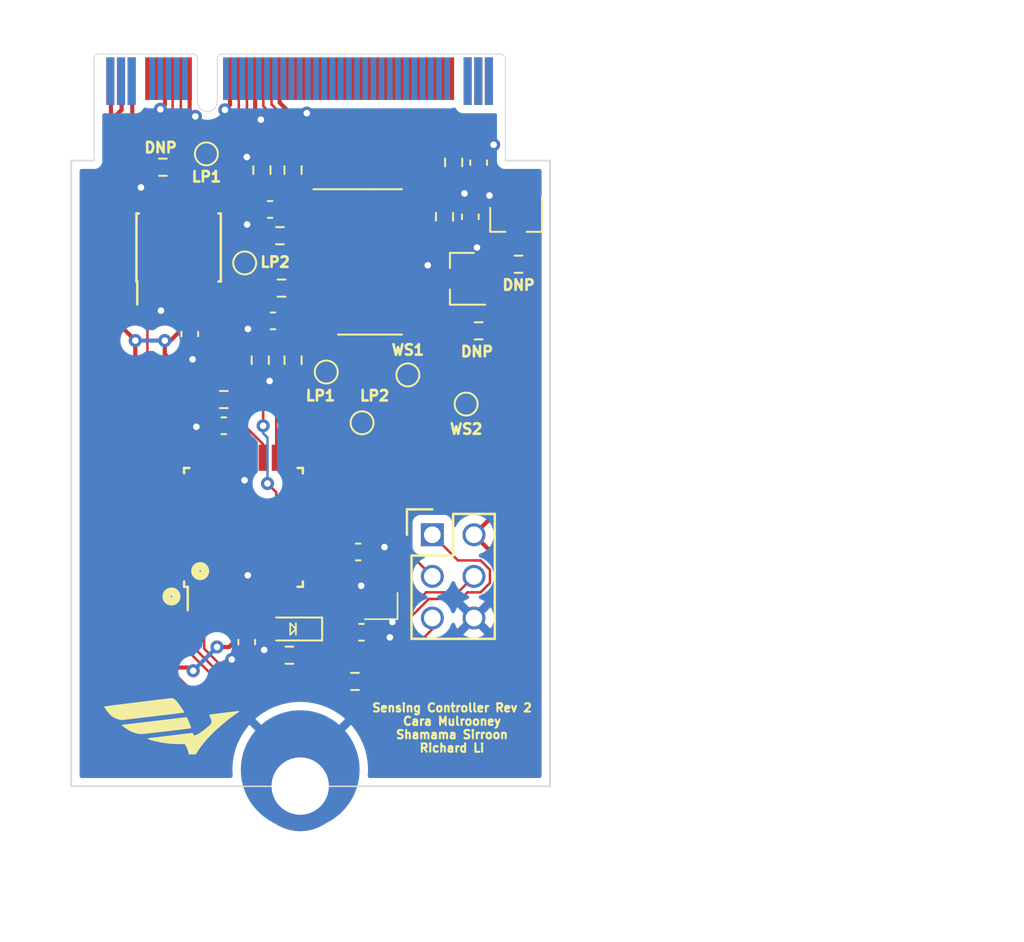
<source format=kicad_pcb>
(kicad_pcb (version 20211014) (generator pcbnew)
  (layers (0 "F.Cu" signal) (31 "B.Cu" signal) (34 "B.Paste" user) (35 "F.Paste" user) (36 "B.SilkS" user "B.Silkscreen") (37 "F.SilkS" user "F.Silkscreen") (38 "B.Mask" user) (39 "F.Mask" user) (44 "Edge.Cuts" user))
  (net 0 "")
  (net 1 "+5V")
  (net 2 "GND")
  (net 3 "Net-(C2-Pad1)")
  (net 4 "Net-(C4-Pad1)")
  (net 5 "Net-(C5-Pad1)")
  (net 6 "Net-(C6-Pad1)")
  (net 7 "Net-(C8-Pad1)")
  (net 8 "Net-(D1-Pad1)")
  (net 11 "/CAN_+")
  (net 12 "/CAN_-")
  (net 13 "/ws1_Vout")
  (net 14 "/ws2_Vout")
  (net 15 "/lp1_Vout")
  (net 16 "/lp2_Vout")
  (net 74 "/MISO")
  (net 75 "/SCK")
  (net 76 "/MOSI")
  (net 77 "/RESET")
  (net 78 "Net-(R5-Pad2)")
  (net 79 "Net-(R11-Pad2)")
  (net 80 "/CAN_TX")
  (net 81 "/CAN_RX")
  (net 98 "/ws1_fVout")
  (net 99 "/ws2_fVout")
  (net 100 "/lp1_fVout")
  (net 101 "/lp2_fVout")
  (net 102 "/DEBUG_LED")
  (net 109 "Net-(C9-Pad1)")
  (net 110 "Net-(C10-Pad1)")
  (footprint "footprints:Pin_Header_Straight_2x03" (layer "F.Cu") (at 56.322433 63.389551)
    (fp_text reference "J2" hide)
    (fp_text value "CONN_02X03" hide)
  )
  (footprint "footprints:LED_0805_OEM" (layer "F.Cu") (at 47.797433 69.139551 180)
    (fp_text reference "D1" hide)
    (fp_text value "LED_0805" hide)
  )
  (footprint "footprints:Crystal_SMD_FA238" (layer "F.Cu") (at 52.197433 66.939551 180)
    (fp_text reference "Y1" hide)
    (fp_text value "Crystal_SMD" hide)
  )
  (footprint "OEM:C_0603" (layer "F.Cu") (at 51.997433 69.339551)
    (fp_text reference "C5" hide)
    (fp_text value "C_30pF" hide)
  )
  (footprint "OEM:C_0603" (layer "F.Cu") (at 46.597433 50.339551 180)
    (fp_text reference "C8" hide)
    (fp_text value "C_0.1uF" hide)
  )
  (footprint "TestPoint:TestPoint_Pad_D1.0mm" (layer "F.Cu") (at 54.828833 53.637772)
    (fp_text reference "WS1" hide)
    (fp_text value "TestPoint" hide)
  )
  (footprint "footprints:SOIC-8_3.9x4.9mm_Pitch1.27mm_OEM" (layer "F.Cu") (at 40.841 45.858979 90)
    (fp_text reference "U1" hide)
    (fp_text value "MCP2561-E_SN" hide)
  )
  (footprint "footprints:SOT-23F" (layer "F.Cu") (at 58.156233 47.770372 180)
    (fp_text reference "Q2" hide)
    (fp_text value "SSM3K333R" hide)
  )
  (footprint "OEM:R_0603" (layer "F.Cu") (at 61.585233 46.881372)
    (fp_text reference "R12" hide)
    (fp_text value "R_1K_DNP" hide)
  )
  (footprint "TestPoint:TestPoint_Pad_D1.0mm" (layer "F.Cu") (at 52.034833 56.558772)
    (fp_text reference "LP2_POST1" hide)
    (fp_text value "TestPoint" hide)
  )
  (footprint "TestPoint:TestPoint_Pad_D1.0mm" (layer "F.Cu") (at 42.535233 40.150372)
    (fp_text reference "LP1_PRE1" hide)
    (fp_text value "TestPoint" hide)
  )
  (footprint "OEM:C_0603" (layer "F.Cu") (at 58.638833 43.985772 90)
    (fp_text reference "C10" hide)
    (fp_text value "C_0uF" hide)
  )
  (footprint "OEM:R_0603" (layer "F.Cu") (at 57.622833 40.669551 -90)
    (fp_text reference "R9" hide)
    (fp_text value "R_0" hide)
  )
  (footprint "footprints:SOT-23F" (layer "F.Cu") (at 61.432833 44.145272 -90)
    (fp_text reference "Q1" hide)
    (fp_text value "SSM3K333R" hide)
  )
  (footprint "OEM:R_0603" (layer "F.Cu") (at 59.146833 50.945372)
    (fp_text reference "R13" hide)
    (fp_text value "R_1K_DNP" hide)
  )
  (footprint "TestPoint:TestPoint_Pad_D1.0mm" (layer "F.Cu") (at 58.384833 55.415772)
    (fp_text reference "WS2" hide)
    (fp_text value "TestPoint" hide)
  )
  (footprint "footprints:Automotive_M.2_Edge_Connector" (layer "F.Cu") (at 48.224833 34.059051)
    (fp_text reference "J1" hide)
    (fp_text value "Automotive_M.2_Edge_Connector" hide)
    (fp_line (start -6.225 2.9) (end -6.225 0.2) (layer "Edge.Cuts") (width 0.05))
    (fp_line (start -5.025 0.2) (end -4.825 0) (layer "Edge.Cuts") (width 0.05))
    (fp_line (start -5.025 2.9) (end -5.025 0.2) (layer "Edge.Cuts") (width 0.05))
    (fp_line (start -12.55 0.2) (end -12.35 0) (layer "Edge.Cuts") (width 0.05))
    (fp_line (start -12.55 0.2) (end -12.55 6.5) (layer "Edge.Cuts") (width 0.05))
    (fp_line (start -6.225 0.2) (end -6.425 0) (layer "Edge.Cuts") (width 0.05))
    (fp_line (start 12.55 0.2) (end 12.35 0) (layer "Edge.Cuts") (width 0.05))
    (fp_line (start -12.35 0) (end -6.425 0) (layer "Edge.Cuts") (width 0.05))
    (fp_line (start -4.825 0) (end 12.35 0) (layer "Edge.Cuts") (width 0.05))
    (fp_line (start 12.55 0.2) (end 12.55 6.5) (layer "Edge.Cuts") (width 0.05))
    (fp_arc (start -5.025 2.9) (mid -5.625 3.5) (end -6.225 2.9) (layer "Edge.Cuts") (width 0.05))
  )
  (footprint "OEM:R_0603" (layer "F.Cu") (at 47.122433 48.339551)
    (fp_text reference "R8" hide)
    (fp_text value "R_100" hide)
  )
  (footprint "OEM:R_0603" (layer "F.Cu") (at 39.879233 40.963172)
    (fp_text reference "R2" hide)
    (fp_text value "R_120_DNP" hide)
  )
  (footprint "footprints:TQFP-32_7x7mm_Pitch0.8mm" (layer "F.Cu") (at 44.797433 62.939551 90)
    (fp_text reference "U2" hide)
    (fp_text value "ATMEGA16M1" hide)
  )
  (footprint "OEM:R_0603" (layer "F.Cu") (at 47.022433 45.139551)
    (fp_text reference "R7" hide)
    (fp_text value "R_100" hide)
  )
  (footprint "OEM:R_0603" (layer "F.Cu") (at 45.922433 41.139551 -90)
    (fp_text reference "R5" hide)
    (fp_text value "R_200" hide)
  )
  (footprint "OEM:R_0603" (layer "F.Cu") (at 43.597433 55.139551)
    (fp_text reference "R1" hide)
    (fp_text value "R_100" hide)
  )
  (footprint "OEM:C_0603" (layer "F.Cu") (at 44.997433 69.939551 -90)
    (fp_text reference "C1" hide)
    (fp_text value "C_0.1uF" hide)
  )
  (footprint "Package_SO:SOIC-14_3.9x8.7mm_P1.27mm" (layer "F.Cu") (at 52.522433 46.739551)
    (fp_text reference "U4" hide)
    (fp_text value "AD8630" hide)
  )
  (footprint "OEM:R_0603" (layer "F.Cu") (at 57.064033 43.985772 -90)
    (fp_text reference "R10" hide)
    (fp_text value "R_0" hide)
  )
  (footprint "TestPoint:TestPoint_Pad_D1.0mm" (layer "F.Cu") (at 49.850433 53.459972)
    (fp_text reference "LP1_POST1" hide)
    (fp_text value "TestPoint" hide)
  )
  (footprint "OEM:R_0603" (layer "F.Cu") (at 47.822433 41.139551 -90)
    (fp_text reference "R6" hide)
    (fp_text value "R_100" hide)
  )
  (footprint "OEM:oem_logo_10mm" (layer "F.Cu") (at 40.503233 75.075372)
    (fp_text reference "G***" hide)
    (fp_text value "LOGO" hide)
  )
  (footprint "TestPoint:TestPoint_Pad_D1.0mm" (layer "F.Cu") (at 44.872033 46.805172)
    (fp_text reference "LP2_PRE1" hide)
    (fp_text value "TestPoint")
  )
  (footprint "OEM:R_0603" (layer "F.Cu") (at 45.822433 52.739551 90)
    (fp_text reference "R11" hide)
    (fp_text value "R_200" hide)
  )
  (footprint "OEM:C_0603" (layer "F.Cu") (at 43.597433 56.739551 180)
    (fp_text reference "C2" hide)
    (fp_text value "C_100pF" hide)
  )
  (footprint "OEM:R_0603" (layer "F.Cu") (at 47.822433 52.739551 90)
    (fp_text reference "R14" hide)
    (fp_text value "R_100" hide)
  )
  (footprint "OEM:M.2_Mount" (layer "F.Cu") (at 48.26 78.74 180)
    (fp_text reference "U$2" hide)
    (fp_text value "M.2_Mount" hide)
  )
  (footprint "OEM:R_0603" (layer "F.Cu") (at 51.597433 72.339551 180)
    (fp_text reference "R3" hide)
    (fp_text value "R_10K" hide)
  )
  (footprint "OEM:C_0603" (layer "F.Cu") (at 46.422433 43.539551 180)
    (fp_text reference "C6" hide)
    (fp_text value "C_0.1uF" hide)
  )
  (footprint "OEM:R_0603" (layer "F.Cu") (at 47.597433 70.739551 180)
    (fp_text reference "R4" hide)
    (fp_text value "R_100" hide)
  )
  (footprint "OEM:C_0603" (layer "F.Cu") (at 51.797433 64.439551)
    (fp_text reference "C4" hide)
    (fp_text value "C_30pF" hide)
  )
  (footprint "OEM:C_0603" (layer "F.Cu") (at 59.146833 40.682551 90)
    (fp_text reference "C9" hide)
    (fp_text value "C_0uF" hide)
  )
  (footprint "OEM:C_0603" (layer "F.Cu") (at 41.522433 51.139551 -90)
    (fp_text reference "C3" hide)
    (fp_text value "C_0.1uF" hide)
  )
  (gr_line (start 60.774833 40.559051) (end 63.5 40.559051) (layer "Edge.Cuts") (width 0.1))
  (gr_line (start 63.5 78.74) (end 34.29 78.74) (layer "Edge.Cuts") (width 0.1))
  (gr_line (start 63.5 40.559051) (end 63.5 78.74) (layer "Edge.Cuts") (width 0.1))
  (gr_line (start 34.29 78.74) (end 34.29 40.559051) (layer "Edge.Cuts") (width 0.1))
  (gr_line (start 34.29 40.559051) (end 35.674833 40.559051) (layer "Edge.Cuts") (width 0.1))
  (gr_text "LP1\n\n" (at 49.494833 55.415772) (layer "F.SilkS") (effects (font (size 0.635 0.635) (thickness 0.15875))))
  (gr_text "Sensing Controller Rev 2\nCara Mulrooney\nShamama Sirroon\nRichard Li\n\n" (at 57.521233 75.583372) (layer "F.SilkS") (effects (font (size 0.508 0.508) (thickness 0.127))))
  (gr_text "DNP\n" (at 39.741233 39.769372) (layer "F.SilkS") (effects (font (size 0.635 0.635) (thickness 0.15875))))
  (gr_text "LP2\n" (at 46.726233 46.754372) (layer "F.SilkS") (effects (font (size 0.635 0.635) (thickness 0.15875))))
  (gr_text "LP1\n\n" (at 42.535233 42.055372) (layer "F.SilkS") (effects (font (size 0.635 0.635) (thickness 0.15875))))
  (gr_text "WS1\n" (at 54.828833 52.113772) (layer "F.SilkS") (effects (font (size 0.635 0.635) (thickness 0.15875))))
  (gr_text "WS2" (at 58.384833 56.939772) (layer "F.SilkS") (effects (font (size 0.635 0.635) (thickness 0.15875))))
  (gr_text "DNP\n" (at 61.585233 48.151372) (layer "F.SilkS") (effects (font (size 0.635 0.635) (thickness 0.15875))))
  (gr_text "LP2\n" (at 52.796833 54.907772) (layer "F.SilkS") (effects (font (size 0.635 0.635) (thickness 0.15875))))
  (gr_text "DNP\n" (at 59.045233 52.215372) (layer "F.SilkS") (effects (font (size 0.635 0.635) (thickness 0.15875))))
  (segment (start 52.422433 72.339551) (end 54.197433 72.339551) (width 0.254) (layer "F.Cu") (net 1))
  (segment (start 39.997433 51.539551) (end 40.347433 51.539551) (width 0.254) (layer "F.Cu") (net 1))
  (segment (start 62.003833 60.248151) (end 62.003833 52.633972) (width 0.254) (layer "F.Cu") (net 1))
  (segment (start 56.197433 70.339551) (end 58.797433 70.339551) (width 0.254) (layer "F.Cu") (net 1))
  (segment (start 39.997433 51.539551) (end 39.997433 52.364551) (width 0.254) (layer "F.Cu") (net 1))
  (segment (start 42.169 47.506979) (end 43.23704 47.506979) (width 0.254) (layer "F.Cu") (net 1))
  (segment (start 60.597433 68.539551) (end 60.597433 65.124551) (width 0.254) (layer "F.Cu") (net 1))
  (segment (start 40.149743 71.491862) (end 41.997433 73.339551) (width 0.254) (layer "F.Cu") (net 1))
  (segment (start 43.181181 70.238425) (end 43.923559 70.238425) (width 0.254) (layer "F.Cu") (net 1))
  (segment (start 60.597433 65.124551) (end 58.862433 63.389551) (width 0.254) (layer "F.Cu") (net 1))
  (segment (start 40.347433 51.539551) (end 41.522433 50.364551) (width 0.254) (layer "F.Cu") (net 1))
  (segment (start 62.410233 46.881372) (end 62.410233 51.643372) (width 0.254) (layer "F.Cu") (net 1))
  (segment (start 41.476 48.199979) (end 42.169 47.506979) (width 0.254) (layer "F.Cu") (net 1))
  (segment (start 48.047433 46.739551) (end 50.047433 46.739551) (width 0.254) (layer "F.Cu") (net 1))
  (segment (start 40.149743 71.491862) (end 41.533498 71.491862) (width 0.254) (layer "F.Cu") (net 1))
  (segment (start 39.997433 52.364551) (end 41.584933 53.952051) (width 0.254) (layer "F.Cu") (net 1))
  (segment (start 41.522433 50.364551) (end 41.522433 48.605412) (width 0.254) (layer "F.Cu") (net 1))
  (segment (start 44.397433 67.189551) (end 44.397433 68.564551) (width 0.254) (layer "F.Cu") (net 1))
  (segment (start 61.712233 50.945372) (end 62.410233 51.643372) (width 0.254) (layer "F.Cu") (net 1))
  (segment (start 59.971833 50.945372) (end 61.712233 50.945372) (width 0.254) (layer "F.Cu") (net 1))
  (segment (start 41.533498 71.491862) (end 41.730621 71.688985) (width 0.254) (layer "F.Cu") (net 1))
  (segment (start 38.197433 69.539551) (end 40.149743 71.491862) (width 0.254) (layer "F.Cu") (net 1))
  (segment (start 41.584933 53.952051) (end 42.772433 55.139551) (width 0.254) (layer "F.Cu") (net 1))
  (segment (start 54.197433 72.339551) (end 56.197433 70.339551) (width 0.254) (layer "F.Cu") (net 1))
  (segment (start 38.197433 51.539551) (end 38.197433 69.539551) (width 0.254) (layer "F.Cu") (net 1))
  (segment (start 47.197433 48.589131) (end 47.197433 47.589551) (width 0.254) (layer "F.Cu") (net 1))
  (segment (start 37.361 37.460718) (end 36.711 38.110718) (width 0.254) (layer "F.Cu") (net 1))
  (segment (start 36.711 38.110718) (end 36.711 39.110718) (width 0.254) (layer "F.Cu") (net 1))
  (segment (start 46.695013 49.091551) (end 47.197433 48.589131) (width 0.254) (layer "F.Cu") (net 1))
  (segment (start 58.797433 70.339551) (end 60.597433 68.539551) (width 0.254) (layer "F.Cu") (net 1))
  (segment (start 58.862433 63.389551) (end 62.003833 60.248151) (width 0.254) (layer "F.Cu") (net 1))
  (segment (start 47.197433 47.589551) (end 48.047433 46.739551) (width 0.254) (layer "F.Cu") (net 1))
  (segment (start 62.410233 52.227572) (end 62.003833 52.633972) (width 0.254) (layer "F.Cu") (net 1))
  (segment (start 51.422433 73.339551) (end 52.422433 72.339551) (width 0.254) (layer "F.Cu") (net 1))
  (segment (start 37.361 35.683979) (end 37.361 37.460718) (width 0.254) (layer "F.Cu") (net 1))
  (segment (start 38.011 37.810718) (end 36.711 39.110718) (width 0.254) (layer "F.Cu") (net 1))
  (segment (start 43.23704 47.506979) (end 44.821612 49.091551) (width 0.254) (layer "F.Cu") (net 1))
  (segment (start 38.011 35.683979) (end 38.011 37.810718) (width 0.254) (layer "F.Cu") (net 1))
  (segment (start 41.997433 73.339551) (end 51.422433 73.339551) (width 0.254) (layer "F.Cu") (net 1))
  (segment (start 44.821612 49.091551) (end 46.695013 49.091551) (width 0.254) (layer "F.Cu") (net 1))
  (segment (start 36.711 50.053118) (end 38.197433 51.539551) (width 0.254) (layer "F.Cu") (net 1))
  (segment (start 41.522433 48.605412) (end 41.476 48.558979) (width 0.1524) (layer "F.Cu") (net 1))
  (segment (start 43.923559 70.238425) (end 44.997433 69.164551) (width 0.254) (layer "F.Cu") (net 1))
  (segment (start 36.711 35.683979) (end 36.711 38.110718) (width 0.254) (layer "F.Cu") (net 1))
  (segment (start 62.410233 51.643372) (end 62.410233 52.227572) (width 0.254) (layer "F.Cu") (net 1))
  (segment (start 41.476 48.558979) (end 41.476 48.199979) (width 0.254) (layer "F.Cu") (net 1))
  (segment (start 44.397433 68.564551) (end 44.997433 69.164551) (width 0.254) (layer "F.Cu") (net 1))
  (segment (start 36.711 39.110718) (end 36.711 50.053118) (width 0.254) (layer "F.Cu") (net 1))
  (via (at 43.181181 70.238425) (size 0.8) (drill 0.4) (layers "F.Cu" "B.Cu") (net 1))
  (via (at 39.997433 51.539551) (size 0.8) (drill 0.4) (layers "F.Cu" "B.Cu") (net 1))
  (via (at 38.197433 51.539551) (size 0.8) (drill 0.4) (layers "F.Cu" "B.Cu") (net 1))
  (via (at 41.730621 71.688985) (size 0.8) (drill 0.4) (layers "F.Cu" "B.Cu") (net 1))
  (segment (start 38.197433 51.539551) (end 39.997433 51.539551) (width 0.254) (layer "B.Cu") (net 1))
  (segment (start 43.181181 70.238425) (end 41.730621 71.688985) (width 0.254) (layer "B.Cu") (net 1))
  (segment (start 45.511 35.533979) (end 45.511 37.710718) (width 0.254) (layer "F.Cu") (net 2))
  (segment (start 43.974833 37.150551) (end 43.662833 37.462551) (width 0.254) (layer "F.Cu") (net 2))
  (segment (start 45.511 37.710718) (end 45.862833 38.062551) (width 0.254) (layer "F.Cu") (net 2))
  (segment (start 53.884233 68.713351) (end 53.884233 68.326351) (width 0.254) (layer "F.Cu") (net 2))
  (segment (start 45.647433 43.828551) (end 45.019633 44.456351) (width 0.254) (layer "F.Cu") (net 2))
  (segment (start 38.936 42.589118) (end 38.542633 42.195751) (width 0.254) (layer "F.Cu") (net 2))
  (segment (start 59.206233 46.026372) (end 59.045233 45.865372) (width 0.254) (layer "F.Cu") (net 2))
  (segment (start 45.647433 43.539551) (end 45.647433 43.828551) (width 0.254) (layer "F.Cu") (net 2))
  (segment (start 44.997433 70.714551) (end 44.364633 70.714551) (width 0.254) (layer "F.Cu") (net 2))
  (segment (start 45.197433 65.997151) (end 45.062833 65.862551) (width 0.254) (layer "F.Cu") (net 2))
  (segment (start 41.522433 52.516151) (end 41.692233 52.685951) (width 0.1524) (layer "F.Cu") (net 2))
  (segment (start 59.206233 46.820372) (end 59.206233 46.026372) (width 0.254) (layer "F.Cu") (net 2))
  (segment (start 58.638833 43.210772) (end 58.638833 42.918972) (width 0.254) (layer "F.Cu") (net 2))
  (segment (start 59.146833 39.907551) (end 59.745254 39.907551) (width 0.254) (layer "F.Cu") (net 2))
  (segment (start 54.997433 46.739551) (end 55.837233 46.739551) (width 0.254) (layer "F.Cu") (net 2))
  (segment (start 41.511 35.533979) (end 41.511 37.510718) (width 0.254) (layer "F.Cu") (net 2))
  (segment (start 40.206 49.269984) (end 39.761833 49.714151) (width 0.254) (layer "F.Cu") (net 2))
  (segment (start 46.385433 70.739551) (end 46.061033 70.415151) (width 0.1524) (layer "F.Cu") (net 2))
  (segment (start 52.572433 64.439551) (end 53.103433 64.439551) (width 0.254) (layer "F.Cu") (net 2))
  (segment (start 45.822433 53.564551) (end 45.949033 53.564551) (width 0.254) (layer "F.Cu") (net 2))
  (segment (start 45.001933 40.341551) (end 45.895433 40.341551) (width 0.254) (layer "F.Cu") (net 2))
  (segment (start 46.772433 70.739551) (end 46.385433 70.739551) (width 0.1524) (layer "F.Cu") (net 2))
  (segment (start 59.745254 39.907551) (end 60.061233 39.591572) (width 0.254) (layer "F.Cu") (net 2))
  (segment (start 43.974833 35.559051) (end 43.974833 37.150551) (width 0.254) (layer "F.Cu") (net 2))
  (segment (start 53.103433 64.439551) (end 53.401633 64.141351) (width 0.254) (layer "F.Cu") (net 2))
  (segment (start 45.822433 50.339551) (end 45.562633 50.339551) (width 0.254) (layer "F.Cu") (net 2))
  (segment (start 60.212133 43.095272) (end 59.807233 42.690372) (width 0.254) (layer "F.Cu") (net 2))
  (segment (start 41.522433 51.914551) (end 41.522433 52.516151) (width 0.1524) (layer "F.Cu") (net 2))
  (segment (start 53.884233 68.326351) (end 53.297433 67.739551) (width 0.254) (layer "F.Cu") (net 2))
  (segment (start 58.638833 42.918972) (end 58.283233 42.563372) (width 0.254) (layer "F.Cu") (net 2))
  (segment (start 45.197433 67.189551) (end 45.197433 65.997151) (width 0.254) (layer "F.Cu") (net 2))
  (segment (start 51.615233 66.139551) (end 51.979233 66.503551) (width 0.254) (layer "F.Cu") (net 2))
  (segment (start 42.822433 56.739551) (end 41.982033 56.739551) (width 0.254) (layer "F.Cu") (net 2))
  (segment (start 38.936 43.158979) (end 38.936 42.589118) (width 0.254) (layer "F.Cu") (net 2))
  (segment (start 51.097433 66.139551) (end 51.615233 66.139551) (width 0.254) (layer "F.Cu") (net 2))
  (segment (start 47.011 35.533979) (end 47.011 37.030566) (width 0.254) (layer "F.Cu") (net 2))
  (segment (start 60.482833 43.095272) (end 60.212133 43.095272) (width 0.254) (layer "F.Cu") (net 2))
  (segment (start 40.206 48.558979) (end 40.206 49.269984) (width 0.254) (layer "F.Cu") (net 2))
  (segment (start 44.862833 60.062551) (end 45.197433 59.727951) (width 0.254) (layer "F.Cu") (net 2))
  (segment (start 39.727047 37.428578) (end 39.862833 37.262551) (width 0.1524) (layer "F.Cu") (net 2))
  (segment (start 43.662833 37.462551) (end 43.862833 37.262551) (width 0.1524) (layer "F.Cu") (net 2))
  (segment (start 53.418233 69.339551) (end 52.772433 69.339551) (width 0.254) (layer "F.Cu") (net 2))
  (segment (start 40.011 37.144625) (end 39.727047 37.428578) (width 0.25) (layer "F.Cu") (net 2))
  (segment (start 53.730889 69.652207) (end 53.418233 69.339551) (width 0.254) (layer "F.Cu") (net 2))
  (segment (start 41.511 37.510718) (end 41.862833 37.862551) (width 0.254) (layer "F.Cu") (net 2))
  (segment (start 45.562633 50.339551) (end 45.070433 50.831751) (width 0.254) (layer "F.Cu") (net 2))
  (segment (start 47.011 37.030566) (end 47.642985 37.662551) (width 0.254) (layer "F.Cu") (net 2))
  (segment (start 45.949033 53.564551) (end 46.391233 54.006751) (width 0.254) (layer "F.Cu") (net 2))
  (segment (start 41.982033 56.739551) (end 41.920833 56.800751) (width 0.254) (layer "F.Cu") (net 2))
  (segment (start 44.364633 70.714551) (end 44.079833 70.999351) (width 0.254) (layer "F.Cu") (net 2))
  (segment (start 40.011 35.533979) (end 40.011 37.144625) (width 0.25) (layer "F.Cu") (net 2))
  (segment (start 45.895433 40.341551) (end 45.922433 40.314551) (width 0.254) (layer "F.Cu") (net 2))
  (segment (start 47.642985 37.662551) (end 48.662833 37.662551) (width 0.254) (layer "F.Cu") (net 2))
  (segment (start 55.837233 46.739551) (end 56.043233 46.945551) (width 0.254) (layer "F.Cu") (net 2))
  (segment (start 45.197433 59.727951) (end 45.197433 58.689551) (width 0.254) (layer "F.Cu") (net 2))
  (via (at 43.662833 37.462551) (size 0.8) (drill 0.4) (layers "F.Cu" "B.Cu") (net 2))
  (via (at 39.761833 49.714151) (size 0.8) (drill 0.4) (layers "F.Cu" "B.Cu") (net 2))
  (via (at 45.862833 38.062551) (size 0.8) (drill 0.4) (layers "F.Cu" "B.Cu") (net 2))
  (via (at 51.979233 66.503551) (size 0.8) (drill 0.4) (layers "F.Cu" "B.Cu") (net 2))
  (via (at 45.001933 40.341551) (size 0.8) (drill 0.4) (layers "F.Cu" "B.Cu") (net 2))
  (via (at 59.045233 45.865372) (size 0.8) (drill 0.4) (layers "F.Cu" "B.Cu") (net 2))
  (via (at 60.061233 39.591572) (size 0.8) (drill 0.4) (layers "F.Cu" "B.Cu") (net 2))
  (via (at 41.920833 56.800751) (size 0.8) (drill 0.4) (layers "F.Cu" "B.Cu") (net 2))
  (via (at 46.061033 70.415151) (size 0.8) (drill 0.4) (layers "F.Cu" "B.Cu") (net 2))
  (via (at 59.807233 42.690372) (size 0.8) (drill 0.4) (layers "F.Cu" "B.Cu") (net 2))
  (via (at 53.884233 68.713351) (size 0.8) (drill 0.4) (layers "F.Cu" "B.Cu") (net 2))
  (via (at 46.391233 54.006751) (size 0.8) (drill 0.4) (layers "F.Cu" "B.Cu") (net 2))
  (via (at 44.079833 70.999351) (size 0.8) (drill 0.4) (layers "F.Cu" "B.Cu") (net 2))
  (via (at 48.662833 37.662551) (size 0.8) (drill 0.4) (layers "F.Cu" "B.Cu") (net 2))
  (via (at 45.070433 50.831751) (size 0.8) (drill 0.4) (layers "F.Cu" "B.Cu") (net 2))
  (via (at 41.862833 37.862551) (size 0.8) (drill 0.4) (layers "F.Cu" "B.Cu") (net 2))
  (via (at 45.062833 65.862551) (size 0.8) (drill 0.4) (layers "F.Cu" "B.Cu") (net 2))
  (via (at 44.862833 60.062551) (size 0.8) (drill 0.4) (layers "F.Cu" "B.Cu") (net 2))
  (via (at 53.401633 64.141351) (size 0.8) (drill 0.4) (layers "F.Cu" "B.Cu") (net 2))
  (via (at 38.542633 42.195751) (size 0.8) (drill 0.4) (layers "F.Cu" "B.Cu") (net 2))
  (via (at 56.043233 46.945551) (size 0.8) (drill 0.4) (layers "F.Cu" "B.Cu") (net 2))
  (via (at 39.727047 37.428578) (size 0.8) (drill 0.4) (layers "F.Cu" "B.Cu") (net 2))
  (via (at 45.019633 44.456351) (size 0.8) (drill 0.4) (layers "F.Cu" "B.Cu") (net 2))
  (via (at 53.730889 69.652207) (size 0.8) (drill 0.4) (layers "F.Cu" "B.Cu") (net 2))
  (via (at 41.692233 52.685951) (size 0.8) (drill 0.4) (layers "F.Cu" "B.Cu") (net 2))
  (via (at 58.283233 42.563372) (size 0.8) (drill 0.4) (layers "F.Cu" "B.Cu") (net 2))
  (segment (start 45.997433 57.864551) (end 45.997433 58.689551) (width 0.1524) (layer "F.Cu") (net 3))
  (segment (start 44.422433 55.139551) (end 44.422433 56.689551) (width 0.1524) (layer "F.Cu") (net 3))
  (segment (start 44.872433 56.739551) (end 45.997433 57.864551) (width 0.1524) (layer "F.Cu") (net 3))
  (segment (start 44.422433 56.689551) (end 44.372433 56.739551) (width 0.1524) (layer "F.Cu") (net 3))
  (segment (start 44.372433 56.739551) (end 44.872433 56.739551) (width 0.1524) (layer "F.Cu") (net 3))
  (segment (start 49.047433 64.139551) (end 50.722433 64.139551) (width 0.1524) (layer "F.Cu") (net 4))
  (segment (start 51.847433 65.264551) (end 51.022433 64.439551) (width 0.1524) (layer "F.Cu") (net 4))
  (segment (start 53.297433 66.139551) (end 52.422433 65.264551) (width 0.1524) (layer "F.Cu") (net 4))
  (segment (start 50.722433 64.139551) (end 51.022433 64.439551) (width 0.1524) (layer "F.Cu") (net 4))
  (segment (start 52.422433 65.264551) (end 51.847433 65.264551) (width 0.1524) (layer "F.Cu") (net 4))
  (segment (start 50.122433 67.014551) (end 50.122433 65.264551) (width 0.1524) (layer "F.Cu") (net 5))
  (segment (start 50.122433 65.264551) (end 49.797433 64.939551) (width 0.1524) (layer "F.Cu") (net 5))
  (segment (start 51.097433 67.739551) (end 50.847433 67.739551) (width 0.1524) (layer "F.Cu") (net 5))
  (segment (start 50.847433 67.739551) (end 50.122433 67.014551) (width 0.1524) (layer "F.Cu") (net 5))
  (segment (start 49.797433 64.939551) (end 49.047433 64.939551) (width 0.1524) (layer "F.Cu") (net 5))
  (segment (start 51.097433 69.214551) (end 51.222433 69.339551) (width 0.1524) (layer "F.Cu") (net 5))
  (segment (start 51.097433 67.739551) (end 51.097433 69.214551) (width 0.1524) (layer "F.Cu") (net 5))
  (segment (start 48.397433 45.139551) (end 48.797433 45.539551) (width 0.1524) (layer "F.Cu") (net 6))
  (segment (start 49.977433 45.539551) (end 50.047433 45.469551) (width 0.1524) (layer "F.Cu") (net 6))
  (segment (start 48.797433 45.539551) (end 49.977433 45.539551) (width 0.1524) (layer "F.Cu") (net 6))
  (segment (start 47.197433 44.489551) (end 47.847433 45.139551) (width 0.1524) (layer "F.Cu") (net 6))
  (segment (start 47.847433 45.139551) (end 48.397433 45.139551) (width 0.1524) (layer "F.Cu") (net 6))
  (segment (start 47.197433 43.539551) (end 47.197433 44.489551) (width 0.1524) (layer "F.Cu") (net 6))
  (segment (start 49.717433 48.339551) (end 50.047433 48.009551) (width 0.1524) (layer "F.Cu") (net 7))
  (segment (start 47.947433 48.339551) (end 47.662833 48.624151) (width 0.1524) (layer "F.Cu") (net 7))
  (segment (start 47.662833 50.049151) (end 47.372433 50.339551) (width 0.1524) (layer "F.Cu") (net 7))
  (segment (start 47.662833 48.624151) (end 47.662833 50.049151) (width 0.1524) (layer "F.Cu") (net 7))
  (segment (start 47.947433 48.339551) (end 49.717433 48.339551) (width 0.1524) (layer "F.Cu") (net 7))
  (segment (start 48.897433 69.139551) (end 48.897433 70.264551) (width 0.1524) (layer "F.Cu") (net 8))
  (segment (start 48.897433 70.264551) (end 48.422433 70.739551) (width 0.1524) (layer "F.Cu") (net 8))
  (segment (start 40.474833 35.559051) (end 40.474833 38.553172) (width 0.1524) (layer "F.Cu") (net 11))
  (segment (start 39.054233 39.973772) (end 39.054233 40.963172) (width 0.1524) (layer "F.Cu") (net 11))
  (segment (start 39.054233 40.963172) (end 40.206 42.114939) (width 0.1524) (layer "F.Cu") (net 11))
  (segment (start 40.206 42.114939) (end 40.206 43.158979) (width 0.1524) (layer "F.Cu") (net 11))
  (segment (start 40.474833 38.553172) (end 39.054233 39.973772) (width 0.1524) (layer "F.Cu") (net 11))
  (segment (start 40.974833 35.559051) (end 40.974833 38.48083) (width 0.1524) (layer "F.Cu") (net 12))
  (segment (start 40.704233 40.963172) (end 41.476 41.734939) (width 0.1524) (layer "F.Cu") (net 12))
  (segment (start 40.974833 38.48083) (end 40.249233 39.20643) (width 0.1524) (layer "F.Cu") (net 12))
  (segment (start 41.476 41.734939) (end 41.476 43.158979) (width 0.1524) (layer "F.Cu") (net 12))
  (segment (start 40.249233 40.508172) (end 40.704233 40.963172) (width 0.1524) (layer "F.Cu") (net 12))
  (segment (start 40.249233 39.20643) (end 40.249233 40.508172) (width 0.1524) (layer "F.Cu") (net 12))
  (segment (start 47.952233 39.173151) (end 54.223695 39.173151) (width 0.1524) (layer "F.Cu") (net 13))
  (segment (start 46.011 37.231918) (end 47.952233 39.173151) (width 0.1524) (layer "F.Cu") (net 13))
  (segment (start 57.064033 42.013489) (end 57.064033 43.160772) (width 0.1524) (layer "F.Cu") (net 13))
  (segment (start 46.011 35.533979) (end 46.011 37.231918) (width 0.1524) (layer "F.Cu") (net 13))
  (segment (start 54.223695 39.173151) (end 57.064033 42.013489) (width 0.1524) (layer "F.Cu") (net 13))
  (segment (start 46.511 37.127051) (end 47.663365 38.279416) (width 0.1524) (layer "F.Cu") (net 14))
  (segment (start 48.023443 38.614351) (end 56.392633 38.614351) (width 0.1524) (layer "F.Cu") (net 14))
  (segment (start 46.511 35.533979) (end 46.511 37.127051) (width 0.1524) (layer "F.Cu") (net 14))
  (segment (start 47.688508 38.279416) (end 48.023443 38.614351) (width 0.1524) (layer "F.Cu") (net 14))
  (segment (start 47.663365 38.279416) (end 47.688508 38.279416) (width 0.1524) (layer "F.Cu") (net 14))
  (segment (start 56.392633 38.614351) (end 57.622833 39.844551) (width 0.1524) (layer "F.Cu") (net 14))
  (segment (start 43.798926 40.150372) (end 42.535233 40.150372) (width 0.1524) (layer "F.Cu") (net 15))
  (segment (start 44.511 35.533979) (end 44.511 39.381126) (width 0.1524) (layer "F.Cu") (net 15))
  (segment (start 43.805233 40.086893) (end 43.805233 40.404372) (width 0.1524) (layer "F.Cu") (net 15))
  (segment (start 43.678233 47.389372) (end 44.628412 48.339551) (width 0.1524) (layer "F.Cu") (net 15))
  (segment (start 43.805233 40.404372) (end 43.678233 40.531372) (width 0.1524) (layer "F.Cu") (net 15))
  (segment (start 43.678233 40.531372) (end 43.678233 47.389372) (width 0.1524) (layer "F.Cu") (net 15))
  (segment (start 44.628412 48.339551) (end 46.297433 48.339551) (width 0.1524) (layer "F.Cu") (net 15))
  (segment (start 44.511 39.381126) (end 43.805233 40.086893) (width 0.1524) (layer "F.Cu") (net 15))
  (segment (start 44.712233 45.139551) (end 46.197433 45.139551) (width 0.1524) (layer "F.Cu") (net 16))
  (segment (start 44.872033 45.299351) (end 44.872033 46.805172) (width 0.1524) (layer "F.Cu") (net 16))
  (segment (start 45.011 39.308784) (end 44.968833 39.350951) (width 0.1524) (layer "F.Cu") (net 16))
  (segment (start 44.327433 39.992351) (end 44.327433 44.754751) (width 0.1524) (layer "F.Cu") (net 16))
  (segment (start 44.712233 45.139551) (end 44.872033 45.299351) (width 0.1524) (layer "F.Cu") (net 16))
  (segment (start 44.327433 44.754751) (end 44.712233 45.139551) (width 0.1524) (layer "F.Cu") (net 16))
  (segment (start 45.011 35.533979) (end 45.011 39.308784) (width 0.1524) (layer "F.Cu") (net 16))
  (segment (start 44.968833 39.350951) (end 44.327433 39.992351) (width 0.1524) (layer "F.Cu") (net 16))
  (segment (start 58.458574 66.904551) (end 58.058574 67.304551) (width 0.1524) (layer "F.Cu") (net 74))
  (segment (start 57.887433 64.954551) (end 59.266292 64.954551) (width 0.1524) (layer "F.Cu") (net 74))
  (segment (start 59.266292 66.904551) (end 58.458574 66.904551) (width 0.1524) (layer "F.Cu") (net 74))
  (segment (start 50.031747 71.139551) (end 49.031747 72.139551) (width 0.1524) (layer "F.Cu") (net 74))
  (segment (start 59.837433 65.525692) (end 59.837433 66.33341) (width 0.1524) (layer "F.Cu") (net 74))
  (segment (start 59.266292 64.954551) (end 59.837433 65.525692) (width 0.1524) (layer "F.Cu") (net 74))
  (segment (start 56.322433 63.389551) (end 57.887433 64.954551) (width 0.1524) (layer "F.Cu") (net 74))
  (segment (start 56.108574 67.304551) (end 54.997433 68.415692) (width 0.1524) (layer "F.Cu") (net 74))
  (segment (start 54.997433 68.415692) (end 54.997433 69.905236) (width 0.1524) (layer "F.Cu") (net 74))
  (segment (start 41.997433 70.505237) (end 41.997433 67.189551) (width 0.1524) (layer "F.Cu") (net 74))
  (segment (start 59.837433 66.33341) (end 59.266292 66.904551) (width 0.1524) (layer "F.Cu") (net 74))
  (segment (start 53.763118 71.139551) (end 50.031747 71.139551) (width 0.1524) (layer "F.Cu") (net 74))
  (segment (start 54.997433 69.905236) (end 53.763118 71.139551) (width 0.1524) (layer "F.Cu") (net 74))
  (segment (start 43.631747 72.139551) (end 41.997433 70.505237) (width 0.1524) (layer "F.Cu") (net 74))
  (segment (start 49.031747 72.139551) (end 43.631747 72.139551) (width 0.1524) (layer "F.Cu") (net 74))
  (segment (start 58.058574 67.304551) (end 56.108574 67.304551) (width 0.1524) (layer "F.Cu") (net 74))
  (segment (start 53.732433 63.339551) (end 56.322433 65.929551) (width 0.1524) (layer "F.Cu") (net 75))
  (segment (start 49.047433 63.339551) (end 53.732433 63.339551) (width 0.1524) (layer "F.Cu") (net 75))
  (segment (start 55.918574 66.928866) (end 54.597433 68.250007) (width 0.1524) (layer "F.Cu") (net 76))
  (segment (start 54.597433 69.739551) (end 53.597433 70.739551) (width 0.1524) (layer "F.Cu") (net 76))
  (segment (start 42.397433 70.339551) (end 42.397433 68.939551) (width 0.1524) (layer "F.Cu") (net 76))
  (segment (start 57.887433 66.904551) (end 55.918574 66.904551) (width 0.1524) (layer "F.Cu") (net 76))
  (segment (start 54.597433 68.250007) (end 54.597433 69.739551) (width 0.1524) (layer "F.Cu") (net 76))
  (segment (start 55.918574 66.904551) (end 55.918574 66.928866) (width 0.1524) (layer "F.Cu") (net 76))
  (segment (start 43.797433 71.739551) (end 42.397433 70.339551) (width 0.1524) (layer "F.Cu") (net 76))
  (segment (start 42.797433 68.539551) (end 42.797433 67.189551) (width 0.1524) (layer "F.Cu") (net 76))
  (segment (start 49.866061 70.739551) (end 48.866061 71.739551) (width 0.1524) (layer "F.Cu") (net 76))
  (segment (start 58.862433 65.929551) (end 57.887433 66.904551) (width 0.1524) (layer "F.Cu") (net 76))
  (segment (start 48.866061 71.739551) (end 43.797433 71.739551) (width 0.1524) (layer "F.Cu") (net 76))
  (segment (start 53.597433 70.739551) (end 49.866061 70.739551) (width 0.1524) (layer "F.Cu") (net 76))
  (segment (start 42.397433 68.939551) (end 42.797433 68.539551) (width 0.1524) (layer "F.Cu") (net 76))
  (segment (start 43.466061 72.539551) (end 50.572433 72.539551) (width 0.1524) (layer "F.Cu") (net 77))
  (segment (start 56.322433 69.145922) (end 56.322433 68.469551) (width 0.1524) (layer "F.Cu") (net 77))
  (segment (start 50.772433 72.339551) (end 51.572433 71.539551) (width 0.1524) (layer "F.Cu") (net 77))
  (segment (start 51.572433 71.539551) (end 53.928804 71.539551) (width 0.1524) (layer "F.Cu") (net 77))
  (segment (start 53.928804 71.539551) (end 56.322433 69.145922) (width 0.1524) (layer "F.Cu") (net 77))
  (segment (start 50.572433 72.539551) (end 50.772433 72.339551) (width 0.1524) (layer "F.Cu") (net 77))
  (segment (start 39.197433 68.270923) (end 43.466061 72.539551) (width 0.1524) (layer "F.Cu") (net 77))
  (segment (start 40.547433 64.939551) (end 39.397433 64.939551) (width 0.1524) (layer "F.Cu") (net 77))
  (segment (start 39.397433 64.939551) (end 39.197433 65.139551) (width 0.1524) (layer "F.Cu") (net 77))
  (segment (start 39.197433 65.139551) (end 39.197433 68.270923) (width 0.1524) (layer "F.Cu") (net 77))
  (segment (start 50.047433 44.199551) (end 49.457433 44.199551) (width 0.1524) (layer "F.Cu") (net 78))
  (segment (start 45.922433 41.964551) (end 47.822433 41.964551) (width 0.1524) (layer "F.Cu") (net 78))
  (segment (start 49.457433 44.199551) (end 47.822433 42.564551) (width 0.1524) (layer "F.Cu") (net 78))
  (segment (start 47.822433 42.564551) (end 47.822433 41.964551) (width 0.1524) (layer "F.Cu") (net 78))
  (segment (start 45.822433 51.914551) (end 47.822433 51.914551) (width 0.1524) (layer "F.Cu") (net 79))
  (segment (start 47.822433 51.914551) (end 47.822433 51.19851) (width 0.1524) (layer "F.Cu") (net 79))
  (segment (start 49.741392 49.279551) (end 50.047433 49.279551) (width 0.1524) (layer "F.Cu") (net 79))
  (segment (start 47.822433 51.19851) (end 49.741392 49.279551) (width 0.1524) (layer "F.Cu") (net 79))
  (segment (start 45.997433 64.084972) (end 45.997433 67.189551) (width 0.1524) (layer "F.Cu") (net 80))
  (segment (start 38.936 57.023539) (end 45.997433 64.084972) (width 0.1524) (layer "F.Cu") (net 80))
  (segment (start 38.936 48.558979) (end 38.936 57.023539) (width 0.1524) (layer "F.Cu") (net 80))
  (segment (start 42.746 51.634869) (end 42.746 48.558979) (width 0.1524) (layer "F.Cu") (net 81))
  (segment (start 46.262833 60.262551) (end 46.797433 60.797151) (width 0.1524) (layer "F.Cu") (net 81))
  (segment (start 45.997433 56.739551) (end 45.997433 54.886302) (width 0.1524) (layer "F.Cu") (net 81))
  (segment (start 45.997433 54.886302) (end 42.746 51.634869) (width 0.1524) (layer "F.Cu") (net 81))
  (segment (start 46.797433 60.797151) (end 46.797433 67.189551) (width 0.1524) (layer "F.Cu") (net 81))
  (via (at 45.997433 56.739551) (size 0.8) (drill 0.4) (layers "F.Cu" "B.Cu") (net 81))
  (via (at 46.262833 60.262551) (size 0.8) (drill 0.4) (layers "F.Cu" "B.Cu") (net 81))
  (segment (start 46.262833 60.262551) (end 46.262833 57.462551) (width 0.1524) (layer "B.Cu") (net 81))
  (segment (start 46.262833 57.462551) (end 45.997433 57.197151) (width 0.1524) (layer "B.Cu") (net 81))
  (segment (start 45.997433 57.197151) (end 45.997433 56.739551) (width 0.1524) (layer "B.Cu") (net 81))
  (segment (start 56.733833 53.637772) (end 54.828833 53.637772) (width 0.1524) (layer "F.Cu") (net 98))
  (segment (start 58.321833 52.049772) (end 56.378233 53.993372) (width 0.1524) (layer "F.Cu") (net 98))
  (segment (start 56.797333 53.574272) (end 56.378233 53.993372) (width 0.1524) (layer "F.Cu") (net 98))
  (segment (start 50.232054 60.139551) (end 49.047433 60.139551) (width 0.1524) (layer "F.Cu") (net 98))
  (segment (start 58.321833 50.945372) (end 58.321833 52.049772) (width 0.1524) (layer "F.Cu") (net 98))
  (segment (start 56.797333 53.574272) (end 56.733833 53.637772) (width 0.1524) (layer "F.Cu") (net 98))
  (segment (start 57.106233 49.729772) (end 58.321833 50.945372) (width 0.1524) (layer "F.Cu") (net 98))
  (segment (start 56.378233 53.993372) (end 50.232054 60.139551) (width 0.1524) (layer "F.Cu") (net 98))
  (segment (start 57.106233 47.770372) (end 57.106233 49.729772) (width 0.1524) (layer "F.Cu") (net 98))
  (segment (start 58.003722 54.272661) (end 58.384833 54.653772) (width 0.1524) (layer "F.Cu") (net 99))
  (segment (start 60.760233 49.079234) (end 58.948033 50.891434) (width 0.1524) (layer "F.Cu") (net 99))
  (segment (start 58.003722 53.510661) (end 49.774833 61.739551) (width 0.1524) (layer "F.Cu") (net 99))
  (segment (start 49.774833 61.739551) (end 49.047433 61.739551) (width 0.1524) (layer "F.Cu") (net 99))
  (segment (start 58.948033 50.891434) (end 58.948033 52.566351) (width 0.1524) (layer "F.Cu") (net 99))
  (segment (start 58.948033 52.566351) (end 58.003722 53.510661) (width 0.1524) (layer "F.Cu") (net 99))
  (segment (start 58.384833 54.653772) (end 58.384833 55.415772) (width 0.1524) (layer "F.Cu") (net 99))
  (segment (start 58.003722 53.510661) (end 58.003722 54.272661) (width 0.1524) (layer "F.Cu") (net 99))
  (segment (start 61.432833 46.208772) (end 60.760233 46.881372) (width 0.1524) (layer "F.Cu") (net 99))
  (segment (start 61.432833 45.195272) (end 61.432833 46.208772) (width 0.1524) (layer "F.Cu") (net 99))
  (segment (start 60.760233 46.881372) (end 60.760233 49.079234) (width 0.1524) (layer "F.Cu") (net 99))
  (segment (start 50.047433 51.339551) (end 49.980922 51.406061) (width 0.1524) (layer "F.Cu") (net 100))
  (segment (start 50.047433 50.549551) (end 50.047433 51.339551) (width 0.1524) (layer "F.Cu") (net 100))
  (segment (start 46.797433 54.589551) (end 46.797433 58.689551) (width 0.1524) (layer "F.Cu") (net 100))
  (segment (start 49.777722 51.609261) (end 49.850433 51.681972) (width 0.1524) (layer "F.Cu") (net 100))
  (segment (start 47.822433 53.564551) (end 46.797433 54.589551) (width 0.1524) (layer "F.Cu") (net 100))
  (segment (start 49.472922 51.914061) (end 47.822433 53.564551) (width 0.1524) (layer "F.Cu") (net 100))
  (segment (start 49.777722 51.609261) (end 49.472922 51.914061) (width 0.1524) (layer "F.Cu") (net 100))
  (segment (start 49.980922 51.406061) (end 49.777722 51.609261) (width 0.1524) (layer "F.Cu") (net 100))
  (segment (start 49.850433 51.681972) (end 49.850433 53.459972) (width 0.1524) (layer "F.Cu") (net 100))
  (segment (start 49.357522 56.929461) (end 47.597433 58.689551) (width 0.1524) (layer "F.Cu") (net 101))
  (segment (start 47.822433 40.314551) (end 47.822433 40.704551) (width 0.1524) (layer "F.Cu") (net 101))
  (segment (start 50.28446 42.929551) (end 51.248633 43.893724) (width 0.1524) (layer "F.Cu") (net 101))
  (segment (start 50.047433 42.929551) (end 50.28446 42.929551) (width 0.1524) (layer "F.Cu") (net 101))
  (segment (start 51.248633 55.03835) (end 52.034833 55.82455) (width 0.1524) (layer "F.Cu") (net 101))
  (segment (start 52.034833 55.82455) (end 52.034833 56.558772) (width 0.1524) (layer "F.Cu") (net 101))
  (segment (start 51.248633 43.893724) (end 51.248633 55.03835) (width 0.1524) (layer "F.Cu") (net 101))
  (segment (start 47.822433 40.704551) (end 50.047433 42.929551) (width 0.1524) (layer "F.Cu") (net 101))
  (segment (start 51.248633 55.03835) (end 49.357522 56.929461) (width 0.1524) (layer "F.Cu") (net 101))
  (segment (start 46.697433 68.839551) (end 47.597433 67.939551) (width 0.1524) (layer "F.Cu") (net 102))
  (segment (start 47.597433 67.939551) (end 47.597433 67.189551) (width 0.1524) (layer "F.Cu") (net 102))
  (segment (start 59.109833 41.494551) (end 59.146833 41.457551) (width 0.1524) (layer "F.Cu") (net 109))
  (segment (start 60.147512 41.457551) (end 61.785233 43.095272) (width 0.1524) (layer "F.Cu") (net 109))
  (segment (start 59.146833 41.457551) (end 60.147512 41.457551) (width 0.1524) (layer "F.Cu") (net 109))
  (segment (start 57.622833 41.494551) (end 59.109833 41.494551) (width 0.1524) (layer "F.Cu") (net 109))
  (segment (start 61.785233 43.095272) (end 62.382833 43.095272) (width 0.1524) (layer "F.Cu") (net 109))
  (segment (start 58.377633 45.021972) (end 58.377633 47.815572) (width 0.1524) (layer "F.Cu") (net 110))
  (segment (start 57.064033 44.810772) (end 58.588833 44.810772) (width 0.1524) (layer "F.Cu") (net 110))
  (segment (start 58.638833 44.760772) (end 58.377633 45.021972) (width 0.1524) (layer "F.Cu") (net 110))
  (segment (start 58.377633 47.815572) (end 59.053833 48.491772) (width 0.1524) (layer "F.Cu") (net 110))
  (segment (start 58.588833 44.810772) (end 58.638833 44.760772) (width 0.1524) (layer "F.Cu") (net 110))
  (zone (net 2) (net_name "GND") (layer "B.Cu") (connect_pads (clearance 0.508)) (min_thickness 0.254) (fill yes (thermal_gap 0.508) (thermal_bridge_width 0.508))
    (polygon (pts (xy 66.441 31.258979) (xy 66.941 31.008979) (xy 92.441 73.008979) (xy 29.941 88.258979) (xy 30.441 30.758979)))
  )
)
</source>
